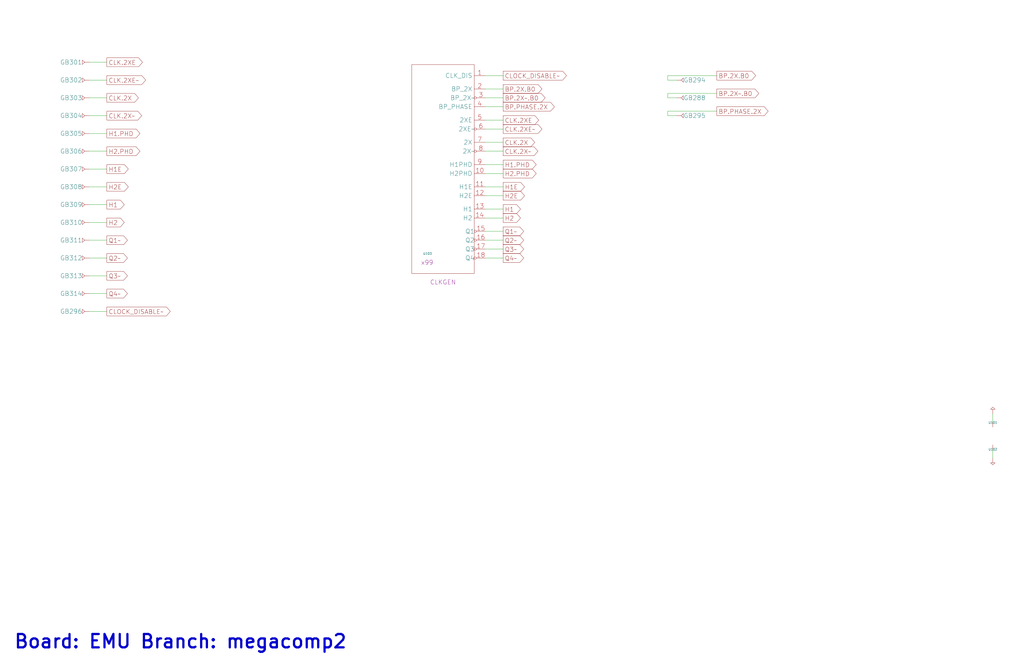
<source format=kicad_sch>
(kicad_sch (version 20220126) (generator eeschema)
  (paper "User" 584.2 378.46)
  (title_block (title "EMU Main"))
  (lib_symbols
    (symbol "r1000:GB" (pin_numbers hide) (pin_names (offset 0) hide)
      (property "Reference" "GB" (at 3.81 0 0))
      (symbol "GB_0_1"
        (polyline (pts (xy 2.54 0) (xy 3.81 1.27) (xy 3.81 -1.27) (xy 2.54 0)) (stroke (width 0.1524)))
      )
      (symbol "GB_1_1"
        (pin bidirectional line (at 0 0 0) (length 2.54) (name "") (number "1"))
      )
    )
    (symbol "r1000:PD" (power) (pin_numbers hide) (pin_names hide) (in_bom no)
      (symbol "PD_0_1"
        (polyline (pts (xy 0 -2.54) (xy 1.27 -2.54) (xy 0 -3.81) (xy -1.27 -2.54) (xy 0 -2.54)) (stroke (width 0.1524)))
      )
      (symbol "PD_1_1"
        (pin power_in line (at 0 0 270) (length 2.54) (name "PD") (number "1"))
      )
    )
    (symbol "r1000:PU" (power) (pin_numbers hide) (pin_names hide)
      (symbol "PU_0_1"
        (polyline (pts (xy 0 2.54) (xy -1.27 2.54) (xy 0 3.81) (xy 1.27 2.54) (xy 0 2.54)) (stroke (width 0.1524)))
      )
      (symbol "PU_1_1"
        (pin power_in line (at 0 0 90) (length 2.54) (name "PU") (number "1"))
      )
    )
    (symbol "r1000:Pull_Down" (pin_numbers hide) (pin_names hide)
      (property "Reference" "U" (at 0 0 0))
      (property "Value" "Pull_Down" (at 0 3.81 0))
      (symbol "Pull_Down_1_1"
        (pin power_out line (at 0 0 90) (length 2.54) (name "Out") (number "1"))
      )
    )
    (symbol "r1000:Pull_Up" (pin_numbers hide) (pin_names hide)
      (property "Reference" "U" (at 0 0 0))
      (property "Value" "Pull_Up" (at 0 -3.81 0))
      (symbol "Pull_Up_1_1"
        (pin power_out line (at 0 0 270) (length 2.54) (name "Out") (number "1"))
      )
    )
    (symbol "r1000:XCLKGEN" (pin_names (offset 1.016))
      (property "Reference" "U" (at 2.54 5.08 0))
      (property "Value" "XCLKGEN" (at -1.27 -5.08 0))
      (property "Location" "___" (at -1.27 0 0))
      (property "Name" "______" (at 11.43 -12.7 0))
      (symbol "XCLKGEN_1_1"
        (rectangle (start -6.35 113.03) (end 29.21 -6.35))
        (circle (center 29.845 2.54) (radius 0.635))
        (circle (center 29.845 7.62) (radius 0.635))
        (circle (center 29.845 12.7) (radius 0.635))
        (circle (center 29.845 17.78) (radius 0.635))
        (circle (center 29.845 63.5) (radius 0.635))
        (circle (center 29.845 76.2) (radius 0.635))
        (circle (center 29.845 93.98) (radius 0.635))
        (pin output line (at 35.56 106.68 180) (length 6.35) (name "CLK_DIS") (number "1"))
        (pin output line (at 35.56 50.8 180) (length 6.35) (name "H2PHD") (number "10"))
        (pin output line (at 35.56 43.18 180) (length 6.35) (name "H1E") (number "11"))
        (pin output line (at 35.56 38.1 180) (length 6.35) (name "H2E") (number "12"))
        (pin output line (at 35.56 30.48 180) (length 6.35) (name "H1") (number "13"))
        (pin output line (at 35.56 25.4 180) (length 6.35) (name "H2") (number "14"))
        (pin output line (at 35.56 17.78 180) (length 5.08) (name "Q1") (number "15"))
        (pin output line (at 35.56 12.7 180) (length 5.08) (name "Q2") (number "16"))
        (pin output line (at 35.56 7.62 180) (length 5.08) (name "Q3") (number "17"))
        (pin output line (at 35.56 2.54 180) (length 5.08) (name "Q4") (number "18"))
        (pin output line (at 35.56 99.06 180) (length 6.35) (name "BP_2X") (number "2"))
        (pin output line (at 35.56 93.98 180) (length 5.08) (name "BP_2X~") (number "3"))
        (pin output line (at 35.56 88.9 180) (length 6.35) (name "BP_PHASE") (number "4"))
        (pin output line (at 35.56 81.28 180) (length 6.35) (name "2XE") (number "5"))
        (pin output line (at 35.56 76.2 180) (length 5.08) (name "2XE~") (number "6"))
        (pin output line (at 35.56 68.58 180) (length 6.35) (name "2X") (number "7"))
        (pin output line (at 35.56 63.5 180) (length 5.08) (name "2X~") (number "8"))
        (pin output line (at 35.56 55.88 180) (length 6.35) (name "H1PHD") (number "9"))
      )
    )
  )
  (wire (pts (xy 50.8 55.88) (xy 60.96 55.88)))
  (wire (pts (xy 381 43.18) (xy 408.94 43.18)))
  (wire (pts (xy 381 66.04) (xy 381 63.5)))
  (wire (pts (xy 276.86 68.58) (xy 287.02 68.58)))
  (wire (pts (xy 50.8 106.68) (xy 60.96 106.68)))
  (wire (pts (xy 50.8 167.64) (xy 60.96 167.64)))
  (wire (pts (xy 50.8 177.8) (xy 60.96 177.8)))
  (wire (pts (xy 386.08 45.72) (xy 381 45.72)))
  (wire (pts (xy 50.8 127) (xy 60.96 127)))
  (wire (pts (xy 276.86 147.32) (xy 287.02 147.32)))
  (wire (pts (xy 276.86 55.88) (xy 287.02 55.88)))
  (wire (pts (xy 276.86 86.36) (xy 287.02 86.36)))
  (wire (pts (xy 50.8 147.32) (xy 60.96 147.32)))
  (wire (pts (xy 276.86 50.8) (xy 287.02 50.8)))
  (wire (pts (xy 276.86 142.24) (xy 287.02 142.24)))
  (wire (pts (xy 386.08 55.88) (xy 381 55.88)))
  (wire (pts (xy 381 45.72) (xy 381 43.18)))
  (wire (pts (xy 566.42 236.22) (xy 566.42 241.3)))
  (wire (pts (xy 276.86 137.16) (xy 287.02 137.16)))
  (wire (pts (xy 50.8 66.04) (xy 60.96 66.04)))
  (wire (pts (xy 276.86 132.08) (xy 287.02 132.08)))
  (wire (pts (xy 276.86 93.98) (xy 287.02 93.98)))
  (wire (pts (xy 381 55.88) (xy 381 53.34)))
  (wire (pts (xy 50.8 86.36) (xy 60.96 86.36)))
  (wire (pts (xy 276.86 43.18) (xy 287.02 43.18)))
  (wire (pts (xy 381 63.5) (xy 408.94 63.5)))
  (wire (pts (xy 276.86 81.28) (xy 287.02 81.28)))
  (wire (pts (xy 50.8 35.56) (xy 60.96 35.56)))
  (wire (pts (xy 50.8 45.72) (xy 60.96 45.72)))
  (wire (pts (xy 381 53.34) (xy 408.94 53.34)))
  (wire (pts (xy 276.86 60.96) (xy 287.02 60.96)))
  (wire (pts (xy 50.8 116.84) (xy 60.96 116.84)))
  (wire (pts (xy 276.86 73.66) (xy 287.02 73.66)))
  (wire (pts (xy 276.86 111.76) (xy 287.02 111.76)))
  (wire (pts (xy 276.86 124.46) (xy 287.02 124.46)))
  (wire (pts (xy 50.8 137.16) (xy 60.96 137.16)))
  (wire (pts (xy 566.42 256.54) (xy 566.42 261.62)))
  (wire (pts (xy 276.86 106.68) (xy 287.02 106.68)))
  (wire (pts (xy 386.08 66.04) (xy 381 66.04)))
  (wire (pts (xy 50.8 76.2) (xy 60.96 76.2)))
  (wire (pts (xy 50.8 96.52) (xy 60.96 96.52)))
  (wire (pts (xy 276.86 99.06) (xy 287.02 99.06)))
  (wire (pts (xy 50.8 157.48) (xy 60.96 157.48)))
  (wire (pts (xy 276.86 119.38) (xy 287.02 119.38)))
  (global_label "H1" (shape output) (at 287.02 119.38 0) (effects (font (size 2.54 2.54))) (property "Intersheet References" "${INTERSHEET_REFS}" (at 297.307 119.2213 0) (effects (font (size 1.905 1.905)) (justify left))))
  (global_label "CLK.2X~" (shape output) (at 60.96 66.04 0) (effects (font (size 2.54 2.54))) (property "Intersheet References" "${INTERSHEET_REFS}" (at 86.9527 65.8813 0) (effects (font (size 1.905 1.905)) (justify left))))
  (global_label "BP.2X.B0" (shape output) (at 287.02 50.8 0) (effects (font (size 2.54 2.54))) (property "Intersheet References" "${INTERSHEET_REFS}" (at 309.1422 50.6413 0) (effects (font (size 1.905 1.905)) (justify left))))
  (global_label "H2E" (shape output) (at 60.96 106.68 0) (effects (font (size 2.54 2.54))) (property "Intersheet References" "${INTERSHEET_REFS}" (at 73.1641 106.5213 0) (effects (font (size 1.905 1.905)) (justify left))))
  (global_label "H2" (shape output) (at 60.96 127 0) (effects (font (size 2.54 2.54))) (property "Intersheet References" "${INTERSHEET_REFS}" (at 71.7234 127 0) (effects (font (size 1.905 1.905)) (justify left))))
  (global_label "H1.PHD" (shape output) (at 287.02 93.98 0) (effects (font (size 2.54 2.54))) (property "Intersheet References" "${INTERSHEET_REFS}" (at 305.8765 93.8213 0) (effects (font (size 1.905 1.905)) (justify left))))
  (global_label "H2.PHD" (shape output) (at 287.02 99.06 0) (effects (font (size 2.54 2.54))) (property "Intersheet References" "${INTERSHEET_REFS}" (at 305.8765 98.9013 0) (effects (font (size 1.905 1.905)) (justify left))))
  (global_label "BP.PHASE.2X" (shape output) (at 287.02 60.96 0) (effects (font (size 2.54 2.54))) (property "Intersheet References" "${INTERSHEET_REFS}" (at 316.2784 60.8013 0) (effects (font (size 1.905 1.905)) (justify left))))
  (global_label "CLK.2XE~" (shape output) (at 60.96 45.72 0) (effects (font (size 2.54 2.54))) (property "Intersheet References" "${INTERSHEET_REFS}" (at 89.2508 45.5613 0) (effects (font (size 1.905 1.905)) (justify left))))
  (global_label "CLK.2X~" (shape output) (at 287.02 86.36 0) (effects (font (size 2.54 2.54))) (property "Intersheet References" "${INTERSHEET_REFS}" (at 313.0127 86.2013 0) (effects (font (size 1.905 1.905)) (justify left))))
  (global_label "Q2~" (shape output) (at 287.02 137.16 0) (effects (font (size 2.54 2.54))) (property "Intersheet References" "${INTERSHEET_REFS}" (at 304.9089 137.0013 0) (effects (font (size 1.905 1.905)) (justify left))))
  (global_label "H2E" (shape output) (at 287.02 111.76 0) (effects (font (size 2.54 2.54))) (property "Intersheet References" "${INTERSHEET_REFS}" (at 299.2241 111.6013 0) (effects (font (size 1.905 1.905)) (justify left))))
  (global_label "BP.2X~.B0" (shape output) (at 408.94 53.34 0) (effects (font (size 2.54 2.54))) (property "Intersheet References" "${INTERSHEET_REFS}" (at 432.8765 53.1813 0) (effects (font (size 1.905 1.905)) (justify left))))
  (global_label "Q2~" (shape output) (at 60.96 147.32 0) (effects (font (size 2.54 2.54))) (property "Intersheet References" "${INTERSHEET_REFS}" (at 78.8489 147.1613 0) (effects (font (size 1.905 1.905)) (justify left))))
  (global_label "H1E" (shape output) (at 287.02 106.68 0) (effects (font (size 2.54 2.54))) (property "Intersheet References" "${INTERSHEET_REFS}" (at 299.2241 106.5213 0) (effects (font (size 1.905 1.905)) (justify left))))
  (global_label "CLK.2X" (shape output) (at 60.96 55.88 0) (effects (font (size 2.54 2.54))) (property "Intersheet References" "${INTERSHEET_REFS}" (at 85.1384 55.7213 0) (effects (font (size 1.905 1.905)) (justify left))))
  (global_label "Q1~" (shape output) (at 287.02 132.08 0) (effects (font (size 2.54 2.54))) (property "Intersheet References" "${INTERSHEET_REFS}" (at 304.9089 131.9213 0) (effects (font (size 1.905 1.905)) (justify left))))
  (global_label "CLK.2X" (shape output) (at 287.02 81.28 0) (effects (font (size 2.54 2.54))) (property "Intersheet References" "${INTERSHEET_REFS}" (at 311.1984 81.1213 0) (effects (font (size 1.905 1.905)) (justify left))))
  (global_label "BP.2X~.B0" (shape output) (at 287.02 55.88 0) (effects (font (size 2.54 2.54))) (property "Intersheet References" "${INTERSHEET_REFS}" (at 310.9565 55.7213 0) (effects (font (size 1.905 1.905)) (justify left))))
  (global_label "H2.PHD" (shape output) (at 60.96 86.36 0) (effects (font (size 2.54 2.54))) (property "Intersheet References" "${INTERSHEET_REFS}" (at 79.8165 86.2013 0) (effects (font (size 1.905 1.905)) (justify left))))
  (global_label "CLOCK_DISABLE~" (shape output) (at 287.02 43.18 0) (effects (font (size 2.54 2.54))) (property "Intersheet References" "${INTERSHEET_REFS}" (at 324.03 43.18 0) (effects (font (size 1.905 1.905)) (justify left))))
  (global_label "Q4~" (shape output) (at 287.02 147.32 0) (effects (font (size 2.54 2.54))) (property "Intersheet References" "${INTERSHEET_REFS}" (at 304.9089 147.1613 0) (effects (font (size 1.905 1.905)) (justify left))))
  (global_label "Q1~" (shape output) (at 60.96 137.16 0) (effects (font (size 2.54 2.54))) (property "Intersheet References" "${INTERSHEET_REFS}" (at 78.8489 137.0013 0) (effects (font (size 1.905 1.905)) (justify left))))
  (global_label "Q3~" (shape output) (at 60.96 157.48 0) (effects (font (size 2.54 2.54))) (property "Intersheet References" "${INTERSHEET_REFS}" (at 78.8489 157.3213 0) (effects (font (size 1.905 1.905)) (justify left))))
  (global_label "H1.PHD" (shape output) (at 60.96 76.2 0) (effects (font (size 2.54 2.54))) (property "Intersheet References" "${INTERSHEET_REFS}" (at 79.8165 76.0413 0) (effects (font (size 1.905 1.905)) (justify left))))
  (global_label "BP.PHASE.2X" (shape output) (at 408.94 63.5 0) (effects (font (size 2.54 2.54))) (property "Intersheet References" "${INTERSHEET_REFS}" (at 438.1984 63.3413 0) (effects (font (size 1.905 1.905)) (justify left))))
  (global_label "H1" (shape output) (at 60.96 116.84 0) (effects (font (size 2.54 2.54))) (property "Intersheet References" "${INTERSHEET_REFS}" (at 71.247 116.6813 0) (effects (font (size 1.905 1.905)) (justify left))))
  (global_label "CLK.2XE" (shape output) (at 60.96 35.56 0) (effects (font (size 2.54 2.54))) (property "Intersheet References" "${INTERSHEET_REFS}" (at 87.4365 35.4013 0) (effects (font (size 1.905 1.905)) (justify left))))
  (global_label "CLK.2XE" (shape output) (at 287.02 68.58 0) (effects (font (size 2.54 2.54))) (property "Intersheet References" "${INTERSHEET_REFS}" (at 313.4965 68.4213 0) (effects (font (size 1.905 1.905)) (justify left))))
  (global_label "CLOCK_DISABLE~" (shape output) (at 60.96 177.8 0) (effects (font (size 2.54 2.54))) (property "Intersheet References" "${INTERSHEET_REFS}" (at 97.97 177.8 0) (effects (font (size 1.905 1.905)) (justify left))))
  (global_label "H2" (shape output) (at 287.02 124.46 0) (effects (font (size 2.54 2.54))) (property "Intersheet References" "${INTERSHEET_REFS}" (at 297.7834 124.46 0) (effects (font (size 1.905 1.905)) (justify left))))
  (global_label "CLK.2XE~" (shape output) (at 287.02 73.66 0) (effects (font (size 2.54 2.54))) (property "Intersheet References" "${INTERSHEET_REFS}" (at 315.3108 73.5013 0) (effects (font (size 1.905 1.905)) (justify left))))
  (global_label "BP.2X.B0" (shape output) (at 408.94 43.18 0) (effects (font (size 2.54 2.54))) (property "Intersheet References" "${INTERSHEET_REFS}" (at 431.0622 43.0213 0) (effects (font (size 1.905 1.905)) (justify left))))
  (global_label "Q3~" (shape output) (at 287.02 142.24 0) (effects (font (size 2.54 2.54))) (property "Intersheet References" "${INTERSHEET_REFS}" (at 304.9089 142.0813 0) (effects (font (size 1.905 1.905)) (justify left))))
  (global_label "H1E" (shape output) (at 60.96 96.52 0) (effects (font (size 2.54 2.54))) (property "Intersheet References" "${INTERSHEET_REFS}" (at 73.1641 96.3613 0) (effects (font (size 1.905 1.905)) (justify left))))
  (global_label "Q4~" (shape output) (at 60.96 167.64 0) (effects (font (size 2.54 2.54))) (property "Intersheet References" "${INTERSHEET_REFS}" (at 78.8489 167.4813 0) (effects (font (size 1.905 1.905)) (justify left))))
  (symbol (lib_id "r1000:Pull_Down") (at 566.42 256.54 0) (unit 1)
    (property "Reference" "U102" (at 566.42 256.54 0))
  )
  (symbol (lib_id "r1000:GB") (at 50.8 35.56 0) (mirror y) (unit 1)
    (property "Reference" "GB301" (at 46.99 35.56 0) (effects (font (size 2.54 2.54)) (justify left)))
  )
  (symbol (lib_id "r1000:GB") (at 50.8 76.2 0) (mirror y) (unit 1)
    (property "Reference" "GB305" (at 46.99 76.2 0) (effects (font (size 2.54 2.54)) (justify left)))
  )
  (symbol (lib_id "r1000:GB") (at 50.8 147.32 0) (mirror y) (unit 1)
    (property "Reference" "GB312" (at 46.99 147.32 0) (effects (font (size 2.54 2.54)) (justify left)))
  )
  (symbol (lib_id "r1000:GB") (at 50.8 55.88 0) (mirror y) (unit 1)
    (property "Reference" "GB303" (at 46.99 55.88 0) (effects (font (size 2.54 2.54)) (justify left)))
  )
  (symbol (lib_id "r1000:GB") (at 50.8 106.68 0) (mirror y) (unit 1)
    (property "Reference" "GB308" (at 46.99 106.68 0) (effects (font (size 2.54 2.54)) (justify left)))
  )
  (symbol (lib_id "r1000:GB") (at 50.8 167.64 0) (mirror y) (unit 1)
    (property "Reference" "GB314" (at 46.99 167.64 0) (effects (font (size 2.54 2.54)) (justify left)))
  )
  (symbol (lib_id "r1000:GB") (at 50.8 116.84 0) (mirror y) (unit 1)
    (property "Reference" "GB309" (at 46.99 116.84 0) (effects (font (size 2.54 2.54)) (justify left)))
  )
  (symbol (lib_id "r1000:GB") (at 50.8 177.8 0) (mirror y) (unit 1)
    (property "Reference" "GB296" (at 46.99 177.8 0) (effects (font (size 2.54 2.54)) (justify left)))
  )
  (symbol (lib_id "r1000:GB") (at 50.8 127 0) (mirror y) (unit 1)
    (property "Reference" "GB310" (at 46.99 127 0) (effects (font (size 2.54 2.54)) (justify left)))
  )
  (symbol (lib_id "r1000:PU") (at 566.42 236.22 0) (unit 1)
    (property "Reference" "#PWR0102" (effects hide))
  )
  (symbol (lib_id "r1000:GB") (at 386.08 66.04 0) (unit 1)
    (property "Reference" "GB295" (at 389.89 66.04 0) (effects (font (size 2.54 2.54)) (justify left)))
  )
  (symbol (lib_id "r1000:GB") (at 50.8 45.72 0) (mirror y) (unit 1)
    (property "Reference" "GB302" (at 46.99 45.72 0) (effects (font (size 2.54 2.54)) (justify left)))
  )
  (symbol (lib_id "r1000:GB") (at 386.08 55.88 0) (unit 1)
    (property "Reference" "GB288" (at 389.89 55.88 0) (effects (font (size 2.54 2.54)) (justify left)))
  )
  (symbol (lib_id "r1000:Pull_Up") (at 566.42 241.3 0) (unit 1)
    (property "Reference" "U101" (at 566.42 241.3 0))
  )
  (symbol (lib_id "r1000:GB") (at 386.08 45.72 0) (unit 1)
    (property "Reference" "GB294" (at 389.89 45.72 0) (effects (font (size 2.54 2.54)) (justify left)))
  )
  (symbol (lib_id "r1000:GB") (at 50.8 96.52 0) (mirror y) (unit 1)
    (property "Reference" "GB307" (at 46.99 96.52 0) (effects (font (size 2.54 2.54)) (justify left)))
  )
  (symbol (lib_id "r1000:GB") (at 50.8 66.04 0) (mirror y) (unit 1)
    (property "Reference" "GB304" (at 46.99 66.04 0) (effects (font (size 2.54 2.54)) (justify left)))
  )
  (symbol (lib_id "r1000:GB") (at 50.8 157.48 0) (mirror y) (unit 1)
    (property "Reference" "GB313" (at 46.99 157.48 0) (effects (font (size 2.54 2.54)) (justify left)))
  )
  (symbol (lib_id "r1000:XCLKGEN") (at 241.3 149.86 0) (unit 1)
    (property "Reference" "U103" (at 243.84 144.78 0))
    (property "Location" "x99" (at 240.03 149.86 0) (effects (font (size 2.54 2.54)) (justify left)))
    (property "Name" "CLKGEN" (at 252.73 162.56 0) (effects (font (size 2.54 2.54)) (justify bottom)))
  )
  (symbol (lib_id "r1000:PD") (at 566.42 261.62 0) (unit 1) (in_bom no)
    (property "Reference" "#PWR0101" (effects hide))
  )
  (symbol (lib_id "r1000:GB") (at 50.8 137.16 0) (mirror y) (unit 1)
    (property "Reference" "GB311" (at 46.99 137.16 0) (effects (font (size 2.54 2.54)) (justify left)))
  )
  (symbol (lib_id "r1000:GB") (at 50.8 86.36 0) (mirror y) (unit 1)
    (property "Reference" "GB306" (at 46.99 86.36 0) (effects (font (size 2.54 2.54)) (justify left)))
  )
  (text "Board: EMU Branch: megacomp2" (at 7.62 370.84 0) (effects (font (size 7.62 7.62) (thickness 1.27) bold) (justify left bottom)))
)
</source>
